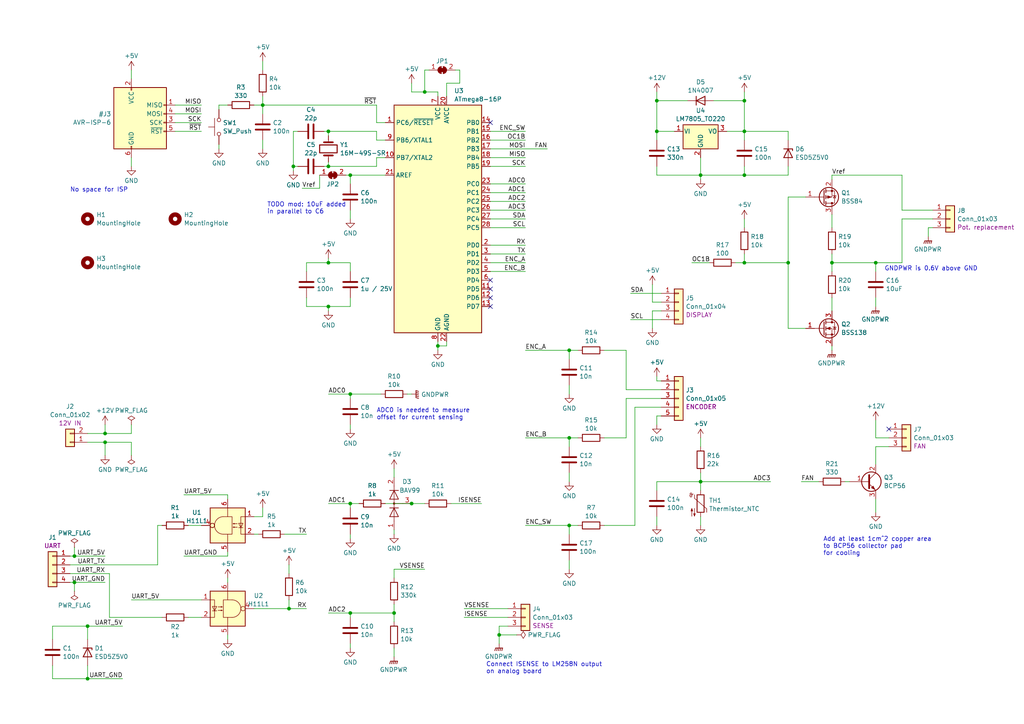
<source format=kicad_sch>
(kicad_sch (version 20230121) (generator eeschema)
  (paper "A4")
  (title_block (title "Digital control for electronic load ") (company "Ondřej Sluka"))
  (junction (at 190.5 29.21))
  (junction (at 101.6 146.05))
  (junction (at 101.6 50.8))
  (junction (at 95.25 76.2))
  (junction (at 190.5 38.1))
  (junction (at 83.82 176.53))
  (junction (at 203.2 50.8))
  (junction (at 254 76.2))
  (junction (at 95.25 38.1))
  (junction (at 215.9 50.8))
  (junction (at 85.09 48.26))
  (junction (at 76.2 30.48))
  (junction (at 119.38 146.05))
  (junction (at 30.48 125.73))
  (junction (at 144.78 184.15))
  (junction (at 123.19 26.67))
  (junction (at 21.59 161.29))
  (junction (at 165.1 127))
  (junction (at 127 100.33))
  (junction (at 215.9 38.1))
  (junction (at 101.6 114.3))
  (junction (at 95.25 48.26))
  (junction (at 241.3 76.2))
  (junction (at 30.48 128.27))
  (junction (at 215.9 29.21))
  (junction (at 21.59 168.91))
  (junction (at 165.1 101.6))
  (junction (at 215.9 76.2))
  (junction (at 101.6 177.8))
  (junction (at 25.4 181.61))
  (junction (at 228.6 76.2))
  (junction (at 25.4 196.85))
  (junction (at 95.25 88.9))
  (junction (at 165.1 152.4))
  (junction (at 203.2 139.7))
  (junction (at 114.3 177.8))
  (no_connect (at 142.24 88.9))
  (no_connect (at 142.24 86.36))
  (no_connect (at 142.24 81.28))
  (no_connect (at 257.81 124.46))
  (no_connect (at 142.24 83.82))
  (no_connect (at 142.24 35.56))
  (wire (pts (xy 76.2 27.94) (xy 76.2 30.48)))
  (wire (pts (xy 190.5 29.21) (xy 190.5 38.1)))
  (wire (pts (xy 111.76 146.05) (xy 119.38 146.05)))
  (wire (pts (xy 241.3 62.23) (xy 241.3 66.04)))
  (wire (pts (xy 73.66 176.53) (xy 83.82 176.53)))
  (wire (pts (xy 101.6 50.8) (xy 101.6 53.34)))
  (wire (pts (xy 165.1 127) (xy 167.64 127)))
  (wire (pts (xy 123.19 20.32) (xy 123.19 26.67)))
  (wire (pts (xy 215.9 63.5) (xy 215.9 66.04)))
  (wire (pts (xy 165.1 162.56) (xy 165.1 165.1)))
  (wire (pts (xy 114.3 187.96) (xy 114.3 190.5)))
  (wire (pts (xy 31.75 179.07) (xy 46.99 179.07)))
  (wire (pts (xy 101.6 76.2) (xy 101.6 78.74)))
  (wire (pts (xy 127 99.06) (xy 127 100.33)))
  (wire (pts (xy 142.24 55.88) (xy 152.4 55.88)))
  (wire (pts (xy 114.3 177.8) (xy 114.3 180.34)))
  (wire (pts (xy 142.24 71.12) (xy 152.4 71.12)))
  (wire (pts (xy 101.6 177.8) (xy 101.6 179.07)))
  (wire (pts (xy 152.4 127) (xy 165.1 127)))
  (wire (pts (xy 144.78 181.61) (xy 147.32 181.61)))
  (wire (pts (xy 76.2 40.64) (xy 76.2 43.18)))
  (wire (pts (xy 189.23 87.63) (xy 191.77 87.63)))
  (wire (pts (xy 269.24 66.04) (xy 270.51 66.04)))
  (wire (pts (xy 50.8 30.48) (xy 58.42 30.48)))
  (wire (pts (xy 215.9 76.2) (xy 228.6 76.2)))
  (wire (pts (xy 25.4 181.61) (xy 35.56 181.61)))
  (wire (pts (xy 215.9 50.8) (xy 203.2 50.8)))
  (wire (pts (xy 223.52 139.7) (xy 203.2 139.7)))
  (wire (pts (xy 203.2 139.7) (xy 203.2 142.24)))
  (wire (pts (xy 20.32 168.91) (xy 21.59 168.91)))
  (wire (pts (xy 144.78 186.69) (xy 144.78 184.15)))
  (wire (pts (xy 101.6 88.9) (xy 101.6 86.36)))
  (wire (pts (xy 144.78 184.15) (xy 149.86 184.15)))
  (wire (pts (xy 100.33 50.8) (xy 101.6 50.8)))
  (wire (pts (xy 95.25 48.26) (xy 95.25 46.99)))
  (wire (pts (xy 101.6 114.3) (xy 101.6 115.57)))
  (wire (pts (xy 142.24 53.34) (xy 152.4 53.34)))
  (wire (pts (xy 189.23 82.55) (xy 189.23 87.63)))
  (wire (pts (xy 134.62 176.53) (xy 147.32 176.53)))
  (wire (pts (xy 101.6 123.19) (xy 101.6 124.46)))
  (wire (pts (xy 45.72 152.4) (xy 45.72 163.83)))
  (wire (pts (xy 184.15 118.11) (xy 191.77 118.11)))
  (wire (pts (xy 190.5 26.67) (xy 190.5 29.21)))
  (wire (pts (xy 144.78 184.15) (xy 144.78 181.61)))
  (wire (pts (xy 83.82 176.53) (xy 88.9 176.53)))
  (wire (pts (xy 190.5 120.65) (xy 191.77 120.65)))
  (wire (pts (xy 53.34 161.29) (xy 66.04 161.29)))
  (wire (pts (xy 152.4 40.64) (xy 142.24 40.64)))
  (wire (pts (xy 101.6 146.05) (xy 104.14 146.05)))
  (wire (pts (xy 215.9 38.1) (xy 215.9 40.64)))
  (wire (pts (xy 165.1 127) (xy 165.1 129.54)))
  (wire (pts (xy 109.22 48.26) (xy 109.22 45.72)))
  (wire (pts (xy 165.1 137.16) (xy 165.1 139.7)))
  (wire (pts (xy 142.24 63.5) (xy 152.4 63.5)))
  (wire (pts (xy 95.25 88.9) (xy 95.25 90.17)))
  (wire (pts (xy 25.4 181.61) (xy 25.4 185.42)))
  (wire (pts (xy 133.35 24.13) (xy 133.35 20.32)))
  (wire (pts (xy 15.24 181.61) (xy 15.24 185.42)))
  (wire (pts (xy 88.9 76.2) (xy 95.25 76.2)))
  (wire (pts (xy 30.48 123.19) (xy 30.48 125.73)))
  (wire (pts (xy 257.81 129.54) (xy 254 129.54)))
  (wire (pts (xy 127 26.67) (xy 127 27.94)))
  (wire (pts (xy 76.2 30.48) (xy 76.2 33.02)))
  (wire (pts (xy 228.6 57.15) (xy 233.68 57.15)))
  (wire (pts (xy 152.4 101.6) (xy 165.1 101.6)))
  (wire (pts (xy 20.32 166.37) (xy 31.75 166.37)))
  (wire (pts (xy 101.6 146.05) (xy 101.6 147.32)))
  (wire (pts (xy 142.24 38.1) (xy 152.4 38.1)))
  (wire (pts (xy 210.82 38.1) (xy 215.9 38.1)))
  (wire (pts (xy 15.24 193.04) (xy 15.24 196.85)))
  (wire (pts (xy 215.9 38.1) (xy 228.6 38.1)))
  (wire (pts (xy 76.2 149.86) (xy 73.66 149.86)))
  (wire (pts (xy 82.55 154.94) (xy 88.9 154.94)))
  (wire (pts (xy 38.1 125.73) (xy 30.48 125.73)))
  (wire (pts (xy 203.2 50.8) (xy 203.2 52.07)))
  (wire (pts (xy 190.5 149.86) (xy 190.5 152.4)))
  (wire (pts (xy 134.62 179.07) (xy 147.32 179.07)))
  (wire (pts (xy 130.81 146.05) (xy 139.7 146.05)))
  (wire (pts (xy 261.62 50.8) (xy 241.3 50.8)))
  (wire (pts (xy 142.24 45.72) (xy 152.4 45.72)))
  (wire (pts (xy 20.32 163.83) (xy 45.72 163.83)))
  (wire (pts (xy 58.42 152.4) (xy 54.61 152.4)))
  (wire (pts (xy 101.6 186.69) (xy 101.6 187.96)))
  (wire (pts (xy 95.25 177.8) (xy 101.6 177.8)))
  (wire (pts (xy 129.54 100.33) (xy 127 100.33)))
  (wire (pts (xy 165.1 101.6) (xy 167.64 101.6)))
  (wire (pts (xy 93.98 48.26) (xy 95.25 48.26)))
  (wire (pts (xy 119.38 146.05) (xy 123.19 146.05)))
  (wire (pts (xy 92.71 54.61) (xy 92.71 50.8)))
  (wire (pts (xy 123.19 26.67) (xy 127 26.67)))
  (wire (pts (xy 95.25 38.1) (xy 95.25 39.37)))
  (wire (pts (xy 269.24 68.58) (xy 269.24 66.04)))
  (wire (pts (xy 228.6 48.26) (xy 228.6 50.8)))
  (wire (pts (xy 119.38 26.67) (xy 123.19 26.67)))
  (wire (pts (xy 38.1 128.27) (xy 30.48 128.27)))
  (wire (pts (xy 50.8 33.02) (xy 58.42 33.02)))
  (wire (pts (xy 228.6 76.2) (xy 228.6 95.25)))
  (wire (pts (xy 228.6 50.8) (xy 215.9 50.8)))
  (wire (pts (xy 142.24 78.74) (xy 152.4 78.74)))
  (wire (pts (xy 213.36 76.2) (xy 215.9 76.2)))
  (wire (pts (xy 85.09 48.26) (xy 86.36 48.26)))
  (wire (pts (xy 232.41 139.7) (xy 237.49 139.7)))
  (wire (pts (xy 203.2 137.16) (xy 203.2 139.7)))
  (wire (pts (xy 127 100.33) (xy 127 101.6)))
  (wire (pts (xy 142.24 48.26) (xy 152.4 48.26)))
  (wire (pts (xy 228.6 57.15) (xy 228.6 76.2)))
  (wire (pts (xy 46.99 152.4) (xy 45.72 152.4)))
  (wire (pts (xy 254 129.54) (xy 254 134.62)))
  (wire (pts (xy 76.2 30.48) (xy 109.22 30.48)))
  (wire (pts (xy 142.24 60.96) (xy 152.4 60.96)))
  (wire (pts (xy 54.61 179.07) (xy 58.42 179.07)))
  (wire (pts (xy 119.38 24.13) (xy 119.38 26.67)))
  (wire (pts (xy 109.22 38.1) (xy 109.22 40.64)))
  (wire (pts (xy 88.9 78.74) (xy 88.9 76.2)))
  (wire (pts (xy 109.22 45.72) (xy 111.76 45.72)))
  (wire (pts (xy 109.22 35.56) (xy 111.76 35.56)))
  (wire (pts (xy 38.1 173.99) (xy 58.42 173.99)))
  (wire (pts (xy 63.5 41.91) (xy 63.5 43.18)))
  (wire (pts (xy 189.23 90.17) (xy 191.77 90.17)))
  (wire (pts (xy 215.9 29.21) (xy 215.9 38.1)))
  (wire (pts (xy 165.1 152.4) (xy 165.1 154.94)))
  (wire (pts (xy 85.09 38.1) (xy 86.36 38.1)))
  (wire (pts (xy 241.3 73.66) (xy 241.3 76.2)))
  (wire (pts (xy 190.5 139.7) (xy 203.2 139.7)))
  (wire (pts (xy 175.26 152.4) (xy 184.15 152.4)))
  (wire (pts (xy 254 127) (xy 257.81 127)))
  (wire (pts (xy 129.54 24.13) (xy 133.35 24.13)))
  (wire (pts (xy 142.24 76.2) (xy 152.4 76.2)))
  (wire (pts (xy 142.24 73.66) (xy 152.4 73.66)))
  (wire (pts (xy 241.3 86.36) (xy 241.3 90.17)))
  (wire (pts (xy 95.25 146.05) (xy 101.6 146.05)))
  (wire (pts (xy 101.6 177.8) (xy 114.3 177.8)))
  (wire (pts (xy 25.4 181.61) (xy 15.24 181.61)))
  (wire (pts (xy 228.6 95.25) (xy 233.68 95.25)))
  (wire (pts (xy 83.82 176.53) (xy 83.82 173.99)))
  (wire (pts (xy 207.01 29.21) (xy 215.9 29.21)))
  (wire (pts (xy 124.46 20.32) (xy 123.19 20.32)))
  (wire (pts (xy 203.2 45.72) (xy 203.2 50.8)))
  (wire (pts (xy 152.4 152.4) (xy 165.1 152.4)))
  (wire (pts (xy 73.66 154.94) (xy 74.93 154.94)))
  (wire (pts (xy 195.58 38.1) (xy 190.5 38.1)))
  (wire (pts (xy 95.25 88.9) (xy 101.6 88.9)))
  (wire (pts (xy 118.11 114.3) (xy 119.38 114.3)))
  (wire (pts (xy 109.22 30.48) (xy 109.22 35.56)))
  (wire (pts (xy 21.59 168.91) (xy 30.48 168.91)))
  (wire (pts (xy 261.62 76.2) (xy 254 76.2)))
  (wire (pts (xy 101.6 154.94) (xy 101.6 156.21)))
  (wire (pts (xy 181.61 115.57) (xy 181.61 127)))
  (wire (pts (xy 182.88 85.09) (xy 191.77 85.09)))
  (wire (pts (xy 95.25 48.26) (xy 109.22 48.26)))
  (wire (pts (xy 254 86.36) (xy 254 88.9)))
  (wire (pts (xy 203.2 50.8) (xy 190.5 50.8)))
  (wire (pts (xy 133.35 20.32) (xy 132.08 20.32)))
  (wire (pts (xy 190.5 50.8) (xy 190.5 48.26)))
  (wire (pts (xy 30.48 132.08) (xy 30.48 128.27)))
  (wire (pts (xy 215.9 48.26) (xy 215.9 50.8)))
  (wire (pts (xy 181.61 113.03) (xy 181.61 101.6)))
  (wire (pts (xy 38.1 20.32) (xy 38.1 22.86)))
  (wire (pts (xy 109.22 40.64) (xy 111.76 40.64)))
  (wire (pts (xy 228.6 40.64) (xy 228.6 38.1)))
  (wire (pts (xy 38.1 132.08) (xy 38.1 128.27)))
  (wire (pts (xy 31.75 166.37) (xy 31.75 179.07)))
  (wire (pts (xy 53.34 143.51) (xy 66.04 143.51)))
  (wire (pts (xy 200.66 76.2) (xy 205.74 76.2)))
  (wire (pts (xy 142.24 66.04) (xy 152.4 66.04)))
  (wire (pts (xy 76.2 17.78) (xy 76.2 20.32)))
  (wire (pts (xy 129.54 99.06) (xy 129.54 100.33)))
  (wire (pts (xy 190.5 29.21) (xy 199.39 29.21)))
  (wire (pts (xy 190.5 142.24) (xy 190.5 139.7)))
  (wire (pts (xy 241.3 76.2) (xy 241.3 78.74)))
  (wire (pts (xy 66.04 30.48) (xy 63.5 30.48)))
  (wire (pts (xy 215.9 73.66) (xy 215.9 76.2)))
  (wire (pts (xy 215.9 26.67) (xy 215.9 29.21)))
  (wire (pts (xy 85.09 48.26) (xy 85.09 38.1)))
  (wire (pts (xy 254 76.2) (xy 254 78.74)))
  (wire (pts (xy 241.3 76.2) (xy 254 76.2)))
  (wire (pts (xy 189.23 95.25) (xy 189.23 90.17)))
  (wire (pts (xy 261.62 76.2) (xy 261.62 63.5)))
  (wire (pts (xy 88.9 86.36) (xy 88.9 88.9)))
  (wire (pts (xy 101.6 50.8) (xy 111.76 50.8)))
  (wire (pts (xy 20.32 161.29) (xy 21.59 161.29)))
  (wire (pts (xy 114.3 135.89) (xy 114.3 138.43)))
  (wire (pts (xy 101.6 114.3) (xy 110.49 114.3)))
  (wire (pts (xy 101.6 60.96) (xy 101.6 63.5)))
  (wire (pts (xy 181.61 127) (xy 175.26 127)))
  (wire (pts (xy 165.1 152.4) (xy 167.64 152.4)))
  (wire (pts (xy 21.59 158.75) (xy 21.59 161.29)))
  (wire (pts (xy 21.59 168.91) (xy 21.59 171.45)))
  (wire (pts (xy 114.3 165.1) (xy 114.3 167.64)))
  (wire (pts (xy 190.5 110.49) (xy 191.77 110.49)))
  (wire (pts (xy 129.54 27.94) (xy 129.54 24.13)))
  (wire (pts (xy 142.24 58.42) (xy 152.4 58.42)))
  (wire (pts (xy 191.77 113.03) (xy 181.61 113.03)))
  (wire (pts (xy 114.3 175.26) (xy 114.3 177.8)))
  (wire (pts (xy 66.04 143.51) (xy 66.04 144.78)))
  (wire (pts (xy 114.3 165.1) (xy 123.19 165.1)))
  (wire (pts (xy 142.24 43.18) (xy 158.75 43.18)))
  (wire (pts (xy 190.5 123.19) (xy 190.5 120.65)))
  (wire (pts (xy 190.5 109.22) (xy 190.5 110.49)))
  (wire (pts (xy 30.48 128.27) (xy 25.4 128.27)))
  (wire (pts (xy 261.62 63.5) (xy 270.51 63.5)))
  (wire (pts (xy 95.25 76.2) (xy 101.6 76.2)))
  (wire (pts (xy 38.1 45.72) (xy 38.1 48.26)))
  (wire (pts (xy 245.11 139.7) (xy 246.38 139.7)))
  (wire (pts (xy 15.24 196.85) (xy 25.4 196.85)))
  (wire (pts (xy 114.3 153.67) (xy 114.3 154.94)))
  (wire (pts (xy 95.25 38.1) (xy 109.22 38.1)))
  (wire (pts (xy 88.9 88.9) (xy 95.25 88.9)))
  (wire (pts (xy 270.51 60.96) (xy 261.62 60.96)))
  (wire (pts (xy 184.15 152.4) (xy 184.15 118.11)))
  (wire (pts (xy 85.09 48.26) (xy 85.09 49.53)))
  (wire (pts (xy 261.62 60.96) (xy 261.62 50.8)))
  (wire (pts (xy 73.66 30.48) (xy 76.2 30.48)))
  (wire (pts (xy 50.8 38.1) (xy 58.42 38.1)))
  (wire (pts (xy 190.5 38.1) (xy 190.5 40.64)))
  (wire (pts (xy 254 144.78) (xy 254 148.59)))
  (wire (pts (xy 191.77 115.57) (xy 181.61 115.57)))
  (wire (pts (xy 76.2 147.32) (xy 76.2 149.86)))
  (wire (pts (xy 254 121.92) (xy 254 127)))
  (wire (pts (xy 203.2 127) (xy 203.2 129.54)))
  (wire (pts (xy 181.61 101.6) (xy 175.26 101.6)))
  (wire (pts (xy 25.4 196.85) (xy 35.56 196.85)))
  (wire (pts (xy 182.88 92.71) (xy 191.77 92.71)))
  (wire (pts (xy 66.04 167.64) (xy 66.04 168.91)))
  (wire (pts (xy 203.2 149.86) (xy 203.2 152.4)))
  (wire (pts (xy 83.82 163.83) (xy 83.82 166.37)))
  (wire (pts (xy 30.48 125.73) (xy 25.4 125.73)))
  (wire (pts (xy 66.04 184.15) (xy 66.04 185.42)))
  (wire (pts (xy 87.63 54.61) (xy 92.71 54.61)))
  (wire (pts (xy 165.1 101.6) (xy 165.1 104.14)))
  (wire (pts (xy 66.04 161.29) (xy 66.04 160.02)))
  (wire (pts (xy 38.1 123.19) (xy 38.1 125.73)))
  (wire (pts (xy 50.8 35.56) (xy 58.42 35.56)))
  (wire (pts (xy 25.4 193.04) (xy 25.4 196.85)))
  (wire (pts (xy 63.5 30.48) (xy 63.5 31.75)))
  (wire (pts (xy 241.3 50.8) (xy 241.3 52.07)))
  (wire (pts (xy 95.25 74.93) (xy 95.25 76.2)))
  (wire (pts (xy 95.25 114.3) (xy 101.6 114.3)))
  (wire (pts (xy 165.1 111.76) (xy 165.1 114.3)))
  (wire (pts (xy 241.3 100.33) (xy 241.3 101.6)))
  (wire (pts (xy 93.98 38.1) (xy 95.25 38.1)))
  (wire (pts (xy 21.59 161.29) (xy 30.48 161.29)))
  (text "TODO mod: 10uF added\nin parallel to C6" (at 77.47 62.23 0) (effects (font (size 1.27 1.27)) (justify left bottom)))
  (text "Connect ISENSE to LM258N output\non analog board" (at 140.97 195.58 0) (effects (font (size 1.27 1.27)) (justify left bottom)))
  (text "Add at least 1cm^2 copper area\nto BCP56 collector pad\nfor cooling" (at 238.76 161.29 0) (effects (font (size 1.27 1.27)) (justify left bottom)))
  (text "No space for ISP" (at 20.32 55.88 0) (effects (font (size 1.27 1.27)) (justify left bottom)))
  (text "ADC0 is needed to measure\noffset for current sensing" (at 109.22 121.92 0) (effects (font (size 1.27 1.27)) (justify left bottom)))
  (text "GNDPWR is 0.6V above GND" (at 256.54 78.74 0) (effects (font (size 1.27 1.27)) (justify left bottom)))
  (label "ENC_B" (at 152.4 78.74 180))
  (label "SDA" (at 182.88 85.09 0))
  (label "RX" (at 152.4 71.12 180))
  (label "ISENSE" (at 134.62 179.07 0))
  (label "ADC0" (at 152.4 53.34 180))
  (label "TX" (at 152.4 73.66 180))
  (label "OC1B" (at 200.66 76.2 0))
  (label "SDA" (at 152.4 63.5 180))
  (label "UART_5V" (at 35.56 181.61 180))
  (label "VSENSE" (at 134.62 176.53 0))
  (label "~{RST}" (at 109.22 30.48 180))
  (label "MISO" (at 58.42 30.48 180))
  (label "ADC2" (at 152.4 58.42 180))
  (label "Vref" (at 87.63 54.61 0))
  (label "ADC2" (at 95.25 177.8 0))
  (label "UART_RX" (at 30.48 166.37 180))
  (label "ENC_A" (at 152.4 76.2 180))
  (label "ENC_SW" (at 152.4 38.1 180))
  (label "FAN" (at 158.75 43.18 180))
  (label "UART_GND" (at 53.34 161.29 0))
  (label "ADC1" (at 152.4 55.88 180))
  (label "TX" (at 88.9 154.94 180))
  (label "ENC_A" (at 152.4 101.6 0))
  (label "MOSI" (at 58.42 33.02 180))
  (label "ISENSE" (at 139.7 146.05 180))
  (label "SCK" (at 152.4 48.26 180))
  (label "ENC_B" (at 152.4 127 0))
  (label "UART_GND" (at 35.56 196.85 180))
  (label "VSENSE" (at 123.19 165.1 180))
  (label "~{RST}" (at 58.42 38.1 180))
  (label "MOSI" (at 152.4 43.18 180))
  (label "ADC3" (at 223.52 139.7 180))
  (label "UART_GND" (at 30.48 168.91 180))
  (label "SCL" (at 152.4 66.04 180))
  (label "SCK" (at 58.42 35.56 180))
  (label "SCL" (at 182.88 92.71 0))
  (label "UART_5V" (at 53.34 143.51 0))
  (label "OC1B" (at 152.4 40.64 180))
  (label "Vref" (at 241.3 50.8 0))
  (label "UART_TX" (at 30.48 163.83 180))
  (label "ADC3" (at 152.4 60.96 180))
  (label "MISO" (at 152.4 45.72 180))
  (label "FAN" (at 232.41 139.7 0))
  (label "UART_5V" (at 30.48 161.29 180))
  (label "ADC1" (at 95.25 146.05 0))
  (label "RX" (at 88.9 176.53 180))
  (label "ADC0" (at 95.25 114.3 0))
  (label "ENC_SW" (at 152.4 152.4 0))
  (label "UART_5V" (at 38.1 173.99 0))
  (symbol (lib_id "Connector_Generic:Conn_01x03") (at 152.4 179.07 0) (unit 1)
    (property "Reference" "J4" (at 154.432 176.6458 0) (effects (justify left)))
    (property "Value" "Conn_01x03" (at 154.432 179.07 0) (effects (justify left)))
    (property "Footprint" "Connector_Molex:Molex_KK-254_AE-6410-03A_1x03_P2.54mm_Vertical" (effects hide))
    (property "Label" "SENSE" (at 154.432 181.4942 0) (effects (justify left)))
  )
  (symbol (lib_id "power:GND") (at 38.1 48.26 0) (unit 1)
    (property "Reference" "#PWR04" (effects hide))
    (property "Value" "GND" (at 38.1 52.3931 0))
  )
  (symbol (lib_id "power:GND") (at 165.1 139.7 0) (unit 1)
    (property "Reference" "#PWR031" (effects hide))
    (property "Value" "GND" (at 165.1 143.8331 0))
  )
  (symbol (lib_id "Device:C") (at 165.1 133.35 0) (unit 1)
    (property "Reference" "C12" (at 168.021 132.1379 0) (effects (justify left)))
    (property "Value" "10n" (at 168.021 134.5621 0) (effects (justify left)))
    (property "Footprint" "Capacitor_SMD:C_1206_3216Metric_Pad1.33x1.80mm_HandSolder" (effects hide))
  )
  (symbol (lib_id "Device:C") (at 15.24 189.23 0) (unit 1)
    (property "Reference" "C1" (at 18.161 188.0179 0) (effects (justify left)))
    (property "Value" "100n" (at 18.161 190.4421 0) (effects (justify left)))
    (property "Footprint" "Capacitor_SMD:C_1206_3216Metric_Pad1.33x1.80mm_HandSolder" (effects hide))
  )
  (symbol (lib_id "Device:R") (at 203.2 133.35 0) (unit 1)
    (property "Reference" "R16" (at 204.978 132.1379 0) (effects (justify left)))
    (property "Value" "22k" (at 204.978 134.5621 0) (effects (justify left)))
    (property "Footprint" "Resistor_SMD:R_1206_3216Metric_Pad1.30x1.75mm_HandSolder" (effects hide))
  )
  (symbol (lib_id "power:+5V") (at 189.23 82.55 0) (unit 1)
    (property "Reference" "#PWR032" (effects hide))
    (property "Value" "+5V" (at 189.23 78.4169 0))
  )
  (symbol (lib_id "Mechanical:MountingHole") (at 50.8 63.5 0) (unit 1)
    (property "Reference" "H2" (at 53.34 62.2879 0) (effects (justify left)))
    (property "Value" "MountingHole" (at 53.34 64.7121 0) (effects (justify left)))
    (property "Footprint" "MountingHole:MountingHole_3.2mm_M3" (effects hide))
  )
  (symbol (lib_id "Connector_Generic:Conn_01x05") (at 196.85 115.57 0) (unit 1)
    (property "Reference" "J3" (at 198.882 113.1458 0) (effects (justify left)))
    (property "Value" "Conn_01x05" (at 198.882 115.57 0) (effects (justify left)))
    (property "Footprint" "Connector_Molex:Molex_KK-254_AE-6410-05A_1x05_P2.54mm_Vertical" (effects hide))
    (property "Label" "ENCODER" (at 198.882 117.9942 0) (effects (justify left)))
  )
  (symbol (lib_id "power:PWR_FLAG") (at 21.59 158.75 0) (unit 1)
    (property "Reference" "#FLG01" (effects hide))
    (property "Value" "PWR_FLAG" (at 21.59 154.6169 0))
  )
  (symbol (lib_id "power:+5V") (at 83.82 163.83 0) (unit 1)
    (property "Reference" "#PWR011" (effects hide))
    (property "Value" "+5V" (at 83.82 159.6969 0))
  )
  (symbol (lib_id "power:GND") (at 165.1 165.1 0) (unit 1)
    (property "Reference" "#PWR019" (effects hide))
    (property "Value" "GND" (at 165.1 169.2331 0))
  )
  (symbol (lib_id "Device:C") (at 90.17 48.26 90) (unit 1)
    (property "Reference" "C5" (at 90.17 41.9567 90))
    (property "Value" "22p" (at 90.17 44.3809 90))
    (property "Footprint" "Capacitor_SMD:C_1206_3216Metric_Pad1.33x1.80mm_HandSolder" (effects hide))
  )
  (symbol (lib_id "Device:C") (at 190.5 146.05 0) (unit 1)
    (property "Reference" "C14" (at 193.421 144.8379 0) (effects (justify left)))
    (property "Value" "100n" (at 193.421 147.2621 0) (effects (justify left)))
    (property "Footprint" "Capacitor_SMD:C_1206_3216Metric_Pad1.33x1.80mm_HandSolder" (effects hide))
  )
  (symbol (lib_id "Connector_Generic:Conn_01x04") (at 196.85 87.63 0) (unit 1)
    (property "Reference" "J5" (at 198.882 86.4758 0) (effects (justify left)))
    (property "Value" "Conn_01x04" (at 198.882 88.9 0) (effects (justify left)))
    (property "Footprint" "Connector_Molex:Molex_KK-254_AE-6410-04A_1x04_P2.54mm_Vertical" (effects hide))
    (property "Label" "DISPLAY" (at 198.882 91.3242 0) (effects (justify left)))
  )
  (symbol (lib_id "Device:C") (at 101.6 182.88 0) (unit 1)
    (property "Reference" "C10" (at 104.521 181.6679 0) (effects (justify left)))
    (property "Value" "10n" (at 104.521 184.0921 0) (effects (justify left)))
    (property "Footprint" "Capacitor_SMD:C_1206_3216Metric_Pad1.33x1.80mm_HandSolder" (effects hide))
  )
  (symbol (lib_id "Diode:ESD5Zxx") (at 25.4 189.23 270) (unit 1)
    (property "Reference" "D1" (at 27.432 188.0179 90) (effects (justify left)))
    (property "Value" "ESD5Z5V0" (at 27.432 190.4421 90) (effects (justify left)))
    (property "Footprint" "Diode_SMD:D_SOD-523" (effects hide))
    (property "Datasheet" "https://www.onsemi.com/pdf/datasheet/esd5z2.5t1-d.pdf" (effects hide))
  )
  (symbol (lib_id "power:GND") (at 101.6 187.96 0) (unit 1)
    (property "Reference" "#PWR018" (effects hide))
    (property "Value" "GND" (at 101.6 192.0931 0))
  )
  (symbol (lib_id "power:GND") (at 203.2 52.07 0) (unit 1)
    (property "Reference" "#PWR038" (effects hide))
    (property "Value" "GND" (at 203.2 56.2031 0))
  )
  (symbol (lib_id "power:GND") (at 190.5 123.19 0) (unit 1)
    (property "Reference" "#PWR036" (effects hide))
    (property "Value" "GND" (at 190.5 127.3231 0))
  )
  (symbol (lib_id "Device:C") (at 190.5 44.45 0) (unit 1)
    (property "Reference" "C13" (at 193.421 43.2379 0) (effects (justify left)))
    (property "Value" "330n" (at 193.421 45.6621 0) (effects (justify left)))
    (property "Footprint" "Capacitor_SMD:C_1206_3216Metric_Pad1.33x1.80mm_HandSolder" (effects hide))
  )
  (symbol (lib_id "Device:R") (at 209.55 76.2 90) (unit 1)
    (property "Reference" "R17" (at 209.55 71.0397 90))
    (property "Value" "100" (at 209.55 73.4639 90))
    (property "Footprint" "Resistor_SMD:R_1206_3216Metric_Pad1.30x1.75mm_HandSolder" (effects hide))
  )
  (symbol (lib_id "Mechanical:MountingHole") (at 25.4 63.5 0) (unit 1)
    (property "Reference" "H1" (at 27.94 62.2879 0) (effects (justify left)))
    (property "Value" "MountingHole" (at 27.94 64.7121 0) (effects (justify left)))
    (property "Footprint" "MountingHole:MountingHole_3.2mm_M3" (effects hide))
  )
  (symbol (lib_id "Device:R") (at 215.9 69.85 0) (unit 1)
    (property "Reference" "R18" (at 217.678 68.6379 0) (effects (justify left)))
    (property "Value" "10k" (at 217.678 71.0621 0) (effects (justify left)))
    (property "Footprint" "Resistor_SMD:R_1206_3216Metric_Pad1.30x1.75mm_HandSolder" (effects hide))
  )
  (symbol (lib_id "power:GND") (at 63.5 43.18 0) (unit 1)
    (property "Reference" "#PWR05" (effects hide))
    (property "Value" "GND" (at 63.5 47.3131 0))
  )
  (symbol (lib_id "power:PWR_FLAG") (at 21.59 171.45 180) (unit 1)
    (property "Reference" "#FLG02" (effects hide))
    (property "Value" "PWR_FLAG" (at 21.59 175.5831 0))
  )
  (symbol (lib_id "power:PWR_FLAG") (at 149.86 184.15 270) (unit 1)
    (property "Reference" "#FLG05" (effects hide))
    (property "Value" "PWR_FLAG" (at 153.035 184.15 90) (effects (justify left)))
  )
  (symbol (lib_id "power:+5V") (at 119.38 24.13 0) (unit 1)
    (property "Reference" "#PWR025" (effects hide))
    (property "Value" "+5V" (at 119.38 19.9969 0))
  )
  (symbol (lib_id "power:+5V") (at 76.2 147.32 0) (unit 1)
    (property "Reference" "#PWR010" (effects hide))
    (property "Value" "+5V" (at 76.2 143.1869 0))
  )
  (symbol (lib_id "power:+5V") (at 215.9 63.5 0) (unit 1)
    (property "Reference" "#PWR042" (effects hide))
    (property "Value" "+5V" (at 215.9 59.3669 0))
  )
  (symbol (lib_id "power:GND") (at 114.3 154.94 0) (unit 1)
    (property "Reference" "#PWR022" (effects hide))
    (property "Value" "GND" (at 114.3 159.0731 0))
  )
  (symbol (lib_id "Device:Thermistor_NTC") (at 203.2 146.05 0) (unit 1)
    (property "Reference" "TH1" (at 205.613 145.1554 0) (effects (justify left)))
    (property "Value" "Thermistor_NTC" (at 205.613 147.5796 0) (effects (justify left)))
    (property "Footprint" "Connector_Molex:Molex_KK-254_AE-6410-02A_1x02_P2.54mm_Vertical" (effects hide))
  )
  (symbol (lib_id "power:GNDPWR") (at 119.38 114.3 90) (unit 1)
    (property "Reference" "#PWR028" (effects hide))
    (property "Value" "GNDPWR" (at 122.1486 114.427 90) (effects (justify right)))
  )
  (symbol (lib_id "Diode:1N4007") (at 203.2 29.21 0) (unit 1)
    (property "Reference" "D5" (at 203.2 23.7957 0))
    (property "Value" "1N4007" (at 203.2 26.2199 0))
    (property "Footprint" "Diode_SMD:D_SMA_Handsoldering" (effects hide))
    (property "Datasheet" "http://www.vishay.com/docs/88503/1n4001.pdf" (effects hide))
    (property "Sim.Device" "D" (effects hide))
    (property "Sim.Pins" "1=K 2=A" (effects hide))
  )
  (symbol (lib_id "power:+5V") (at 190.5 109.22 0) (unit 1)
    (property "Reference" "#PWR035" (effects hide))
    (property "Value" "+5V" (at 190.5 105.0869 0))
  )
  (symbol (lib_id "power:+5V") (at 38.1 20.32 0) (unit 1)
    (property "Reference" "#PWR03" (effects hide))
    (property "Value" "+5V" (at 38.1 16.1869 0))
  )
  (symbol (lib_id "power:+5V") (at 66.04 167.64 0) (unit 1)
    (property "Reference" "#PWR06" (effects hide))
    (property "Value" "+5V" (at 66.04 163.5069 0))
  )
  (symbol (lib_id "Device:R") (at 241.3 139.7 90) (unit 1)
    (property "Reference" "R21" (at 241.3 134.5397 90))
    (property "Value" "330" (at 241.3 136.9639 90))
    (property "Footprint" "Resistor_SMD:R_1206_3216Metric_Pad1.30x1.75mm_HandSolder" (effects hide))
  )
  (symbol (lib_id "MCU_Microchip_ATmega:ATmega8-16P") (at 127 63.5 0) (unit 1)
    (property "Reference" "U3" (at 131.7341 26.3357 0) (effects (justify left)))
    (property "Value" "ATmega8-16P" (at 131.7341 28.7599 0) (effects (justify left)))
    (property "Footprint" "Package_DIP:DIP-28_W7.62mm" (effects hide))
    (property "Datasheet" "http://ww1.microchip.com/downloads/en/DeviceDoc/atmel-2486-8-bit-avr-microcontroller-atmega8_l_datasheet.pdf" (effects hide))
  )
  (symbol (lib_id "Mechanical:MountingHole") (at 25.4 76.2 0) (unit 1)
    (property "Reference" "H3" (at 27.94 74.9879 0) (effects (justify left)))
    (property "Value" "MountingHole" (at 27.94 77.4121 0) (effects (justify left)))
    (property "Footprint" "MountingHole:MountingHole_3.2mm_M3" (effects hide))
  )
  (symbol (lib_id "power:GND") (at 76.2 43.18 0) (unit 1)
    (property "Reference" "#PWR09" (effects hide))
    (property "Value" "GND" (at 76.2 47.3131 0))
  )
  (symbol (lib_id "Device:R") (at 171.45 101.6 90) (unit 1)
    (property "Reference" "R14" (at 171.45 96.4397 90))
    (property "Value" "10k" (at 171.45 98.8639 90))
    (property "Footprint" "Resistor_SMD:R_1206_3216Metric_Pad1.30x1.75mm_HandSolder" (effects hide))
  )
  (symbol (lib_id "Transistor_BJT:BCP56") (at 251.46 139.7 0) (unit 1)
    (property "Reference" "Q3" (at 256.3114 138.4879 0) (effects (justify left)))
    (property "Value" "BCP56" (at 256.3114 140.9121 0) (effects (justify left)))
    (property "Footprint" "Package_TO_SOT_SMD:SOT-223-3_TabPin2" (effects hide))
    (property "Datasheet" "https://www.nxp.com/docs/en/data-sheet/BCP56_BCX56_BC56PA.pdf" (effects hide))
  )
  (symbol (lib_id "Device:C") (at 90.17 38.1 90) (unit 1)
    (property "Reference" "C4" (at 90.17 31.7967 90))
    (property "Value" "22p" (at 90.17 34.2209 90))
    (property "Footprint" "Capacitor_SMD:C_1206_3216Metric_Pad1.33x1.80mm_HandSolder" (effects hide))
  )
  (symbol (lib_id "power:PWR_FLAG") (at 38.1 132.08 180) (unit 1)
    (property "Reference" "#FLG04" (effects hide))
    (property "Value" "PWR_FLAG" (at 38.1 136.2131 0))
  )
  (symbol (lib_id "Device:C") (at 101.6 82.55 0) (unit 1)
    (property "Reference" "C7" (at 104.521 81.3379 0) (effects (justify left)))
    (property "Value" "1u / 25V" (at 104.521 83.7621 0) (effects (justify left)))
    (property "Footprint" "Capacitor_SMD:C_1206_3216Metric_Pad1.33x1.80mm_HandSolder" (effects hide))
  )
  (symbol (lib_id "Device:C") (at 101.6 151.13 0) (unit 1)
    (property "Reference" "C9" (at 104.521 149.9179 0) (effects (justify left)))
    (property "Value" "10n" (at 104.521 152.3421 0) (effects (justify left)))
    (property "Footprint" "Capacitor_SMD:C_1206_3216Metric_Pad1.33x1.80mm_HandSolder" (effects hide))
  )
  (symbol (lib_id "Device:R") (at 78.74 154.94 90) (unit 1)
    (property "Reference" "R5" (at 78.74 149.7797 90))
    (property "Value" "1k" (at 78.74 152.2039 90))
    (property "Footprint" "Resistor_SMD:R_1206_3216Metric_Pad1.30x1.75mm_HandSolder" (effects hide))
  )
  (symbol (lib_id "power:GND") (at 101.6 156.21 0) (unit 1)
    (property "Reference" "#PWR017" (effects hide))
    (property "Value" "GND" (at 101.6 160.3431 0))
  )
  (symbol (lib_id "Connector_Generic:Conn_01x03") (at 275.59 63.5 0) (unit 1)
    (property "Reference" "J8" (at 277.622 61.0758 0) (effects (justify left)))
    (property "Value" "Conn_01x03" (at 277.622 63.5 0) (effects (justify left)))
    (property "Footprint" "Connector_Molex:Molex_KK-254_AE-6410-03A_1x03_P2.54mm_Vertical" (effects hide))
    (property "Label" "Pot. replacement" (at 277.622 65.9242 0) (effects (justify left)))
  )
  (symbol (lib_id "power:GNDPWR") (at 241.3 101.6 0) (unit 1)
    (property "Reference" "#PWR043" (effects hide))
    (property "Value" "GNDPWR" (at 241.173 105.3267 0))
  )
  (symbol (lib_id "power:GND") (at 101.6 124.46 0) (unit 1)
    (property "Reference" "#PWR016" (effects hide))
    (property "Value" "GND" (at 101.6 128.5931 0))
  )
  (symbol (lib_id "Isolator:H11L1") (at 66.04 152.4 0) (mirror y) (unit 1)
    (property "Reference" "U1" (at 57.0933 148.6368 0))
    (property "Value" "H11L1" (at 57.0933 151.061 0))
    (property "Footprint" "Package_DIP:DIP-6_W7.62mm_LongPads" (effects hide))
    (property "Datasheet" "https://www.onsemi.com/pub/Collateral/H11L3M-D.PDF" (effects hide))
  )
  (symbol (lib_id "Device:C") (at 254 82.55 0) (unit 1)
    (property "Reference" "C16" (at 256.921 81.3379 0) (effects (justify left)))
    (property "Value" "10uF" (at 256.921 83.7621 0) (effects (justify left)))
    (property "Footprint" "Capacitor_SMD:C_1206_3216Metric_Pad1.33x1.80mm_HandSolder" (effects hide))
  )
  (symbol (lib_id "Connector_Generic:Conn_01x02") (at 20.32 128.27 180) (unit 1)
    (property "Reference" "J2" (at 20.32 117.8915 0))
    (property "Value" "Conn_01x02" (at 20.32 120.3157 0))
    (property "Footprint" "Connector_Molex:Molex_KK-254_AE-6410-02A_1x02_P2.54mm_Vertical" (effects hide))
    (property "Label" "12V IN" (at 20.32 122.7399 0))
  )
  (symbol (lib_id "power:GND") (at 101.6 63.5 0) (unit 1)
    (property "Reference" "#PWR015" (effects hide))
    (property "Value" "GND" (at 101.6 67.6331 0))
  )
  (symbol (lib_id "Device:R") (at 171.45 127 90) (unit 1)
    (property "Reference" "R15" (at 171.45 121.8397 90))
    (property "Value" "10k" (at 171.45 124.2639 90))
    (property "Footprint" "Resistor_SMD:R_1206_3216Metric_Pad1.30x1.75mm_HandSolder" (effects hide))
  )
  (symbol (lib_id "power:+5V") (at 215.9 26.67 0) (unit 1)
    (property "Reference" "#PWR041" (effects hide))
    (property "Value" "+5V" (at 215.9 22.5369 0))
  )
  (symbol (lib_id "power:GND") (at 127 101.6 0) (unit 1)
    (property "Reference" "#PWR026" (effects hide))
    (property "Value" "GND" (at 127 105.7331 0))
  )
  (symbol (lib_id "power:+5V") (at 114.3 135.89 0) (unit 1)
    (property "Reference" "#PWR021" (effects hide))
    (property "Value" "+5V" (at 114.3 131.7569 0))
  )
  (symbol (lib_id "Device:Crystal") (at 95.25 43.18 90) (unit 1)
    (property "Reference" "Y1" (at 98.5774 41.9679 90) (effects (justify right)))
    (property "Value" "16M-49S-SR" (at 98.5774 44.3921 90) (effects (justify right)))
    (property "Footprint" "Crystal:Crystal_HC49-U_Vertical" (effects hide))
  )
  (symbol (lib_id "Device:R") (at 241.3 69.85 0) (unit 1)
    (property "Reference" "R19" (at 243.078 68.6379 0) (effects (justify left)))
    (property "Value" "10k" (at 243.078 71.0621 0) (effects (justify left)))
    (property "Footprint" "Resistor_SMD:R_1206_3216Metric_Pad1.30x1.75mm_HandSolder" (effects hide))
  )
  (symbol (lib_id "Jumper:SolderJumper_2_Bridged") (at 96.52 50.8 0) (unit 1)
    (property "Reference" "JP2" (at 96.52 53.4091 0))
    (property "Value" "SolderJumper_2_Bridged" (effects hide))
    (property "Footprint" "Resistor_SMD:R_1206_3216Metric_Pad1.30x1.75mm_HandSolder" (effects hide))
  )
  (symbol (lib_id "power:+5V") (at 95.25 74.93 0) (unit 1)
    (property "Reference" "#PWR013" (effects hide))
    (property "Value" "+5V" (at 95.25 70.7969 0))
  )
  (symbol (lib_id "Connector:AVR-ISP-6") (at 40.64 35.56 0) (unit 1)
    (property "Reference" "#J3" (at 32.258 33.0779 0) (effects (justify right)))
    (property "Value" "AVR-ISP-6" (at 32.258 35.5021 0) (effects (justify right)))
    (property "Footprint" "Connector_IDC:IDC-Header_2x03_P2.54mm_Vertical" (effects hide))
    (property "Datasheet" " ~" (effects hide))
  )
  (symbol (lib_id "power:+5V") (at 203.2 127 0) (unit 1)
    (property "Reference" "#PWR039" (effects hide))
    (property "Value" "+5V" (at 203.2 122.8669 0))
  )
  (symbol (lib_id "power:GNDPWR") (at 144.78 186.69 0) (unit 1)
    (property "Reference" "#PWR029" (effects hide))
    (property "Value" "GNDPWR" (at 144.653 190.4167 0))
  )
  (symbol (lib_id "Device:R") (at 114.3 184.15 0) (unit 1)
    (property "Reference" "R13" (at 116.078 182.9379 0) (effects (justify left)))
    (property "Value" "10k" (at 116.078 185.3621 0) (effects (justify left)))
    (property "Footprint" "Resistor_SMD:R_1206_3216Metric_Pad1.30x1.75mm_HandSolder" (effects hide))
  )
  (symbol (lib_id "Diode:ESD5Zxx") (at 228.6 44.45 270) (unit 1)
    (property "Reference" "D6" (at 230.632 43.2379 90) (effects (justify left)))
    (property "Value" "ESD5Z5V0" (at 230.632 45.6621 90) (effects (justify left)))
    (property "Footprint" "Diode_SMD:D_SOD-523" (effects hide))
    (property "Datasheet" "https://www.onsemi.com/pdf/datasheet/esd5z2.5t1-d.pdf" (effects hide))
  )
  (symbol (lib_id "Device:R") (at 114.3 114.3 90) (unit 1)
    (property "Reference" "R10" (at 114.3 109.1397 90))
    (property "Value" "10k" (at 114.3 111.5639 90))
    (property "Footprint" "Resistor_SMD:R_1206_3216Metric_Pad1.30x1.75mm_HandSolder" (effects hide))
  )
  (symbol (lib_id "Device:R") (at 171.45 152.4 90) (unit 1)
    (property "Reference" "R7" (at 171.45 147.2397 90))
    (property "Value" "10k" (at 171.45 149.6639 90))
    (property "Footprint" "Resistor_SMD:R_1206_3216Metric_Pad1.30x1.75mm_HandSolder" (effects hide))
  )
  (symbol (lib_id "Device:R") (at 50.8 179.07 90) (unit 1)
    (property "Reference" "R2" (at 50.8 181.8061 90))
    (property "Value" "1k" (at 50.8 184.2303 90))
    (property "Footprint" "Resistor_SMD:R_1206_3216Metric_Pad1.30x1.75mm_HandSolder" (effects hide))
  )
  (symbol (lib_id "power:GND") (at 165.1 114.3 0) (unit 1)
    (property "Reference" "#PWR030" (effects hide))
    (property "Value" "GND" (at 165.1 118.4331 0))
  )
  (symbol (lib_id "power:GNDPWR") (at 114.3 190.5 0) (unit 1)
    (property "Reference" "#PWR027" (effects hide))
    (property "Value" "GNDPWR" (at 114.173 194.2267 0))
  )
  (symbol (lib_id "Diode:BAV99") (at 114.3 146.05 90) (unit 1)
    (property "Reference" "D3" (at 119.38 139.7 90) (effects (justify left)))
    (property "Value" "BAV99" (at 121.92 142.24 90) (effects (justify left)))
    (property "Footprint" "Package_TO_SOT_SMD:SOT-23" (effects hide))
    (property "Datasheet" "https://assets.nexperia.com/documents/data-sheet/BAV99_SER.pdf" (effects hide))
  )
  (symbol (lib_id "power:GND") (at 95.25 90.17 0) (unit 1)
    (property "Reference" "#PWR014" (effects hide))
    (property "Value" "GND" (at 95.25 94.3031 0))
  )
  (symbol (lib_id "power:GNDPWR") (at 269.24 68.58 0) (unit 1)
    (property "Reference" "#PWR047" (effects hide))
    (property "Value" "GNDPWR" (at 269.113 72.3067 0))
  )
  (symbol (lib_id "Device:C") (at 215.9 44.45 0) (unit 1)
    (property "Reference" "C15" (at 218.821 43.2379 0) (effects (justify left)))
    (property "Value" "100n" (at 218.821 45.6621 0) (effects (justify left)))
    (property "Footprint" "Capacitor_SMD:C_1206_3216Metric_Pad1.33x1.80mm_HandSolder" (effects hide))
  )
  (symbol (lib_id "power:GND") (at 254 148.59 0) (unit 1)
    (property "Reference" "#PWR046" (effects hide))
    (property "Value" "GND" (at 254 152.7231 0))
  )
  (symbol (lib_id "power:+12V") (at 190.5 26.67 0) (unit 1)
    (property "Reference" "#PWR034" (effects hide))
    (property "Value" "+12V" (at 190.5 22.5369 0))
  )
  (symbol (lib_id "Device:C") (at 165.1 158.75 0) (unit 1)
    (property "Reference" "C17" (at 168.021 157.5379 0) (effects (justify left)))
    (property "Value" "100n" (at 168.021 159.9621 0) (effects (justify left)))
    (property "Footprint" "Capacitor_SMD:C_1206_3216Metric_Pad1.33x1.80mm_HandSolder" (effects hide))
  )
  (symbol (lib_id "power:GND") (at 203.2 152.4 0) (unit 1)
    (property "Reference" "#PWR040" (effects hide))
    (property "Value" "GND" (at 203.2 156.5331 0))
  )
  (symbol (lib_id "Device:R") (at 83.82 170.18 0) (unit 1)
    (property "Reference" "R6" (at 85.598 168.9679 0) (effects (justify left)))
    (property "Value" "10k" (at 85.598 171.3921 0) (effects (justify left)))
    (property "Footprint" "Resistor_SMD:R_1206_3216Metric_Pad1.30x1.75mm_HandSolder" (effects hide))
  )
  (symbol (lib_id "Device:C") (at 165.1 107.95 0) (unit 1)
    (property "Reference" "C11" (at 168.021 106.7379 0) (effects (justify left)))
    (property "Value" "10n" (at 168.021 109.1621 0) (effects (justify left)))
    (property "Footprint" "Capacitor_SMD:C_1206_3216Metric_Pad1.33x1.80mm_HandSolder" (effects hide))
  )
  (symbol (lib_id "Device:R") (at 241.3 82.55 0) (unit 1)
    (property "Reference" "R20" (at 243.078 81.3379 0) (effects (justify left)))
    (property "Value" "10k" (at 243.078 83.7621 0) (effects (justify left)))
    (property "Footprint" "Resistor_SMD:R_1206_3216Metric_Pad1.30x1.75mm_HandSolder" (effects hide))
  )
  (symbol (lib_id "power:+5V") (at 76.2 17.78 0) (unit 1)
    (property "Reference" "#PWR08" (effects hide))
    (property "Value" "+5V" (at 76.2 13.6469 0))
  )
  (symbol (lib_id "Device:C") (at 76.2 36.83 0) (unit 1)
    (property "Reference" "C2" (at 79.121 35.6179 0) (effects (justify left)))
    (property "Value" "100n" (at 79.121 38.0421 0) (effects (justify left)))
    (property "Footprint" "Capacitor_SMD:C_1206_3216Metric_Pad1.33x1.80mm_HandSolder" (effects hide))
  )
  (symbol (lib_id "Device:R") (at 76.2 24.13 0) (unit 1)
    (property "Reference" "R4" (at 77.978 22.9179 0) (effects (justify left)))
    (property "Value" "10k" (at 77.978 25.3421 0) (effects (justify left)))
    (property "Footprint" "Resistor_SMD:R_1206_3216Metric_Pad1.30x1.75mm_HandSolder" (effects hide))
  )
  (symbol (lib_id "power:GND") (at 66.04 185.42 0) (unit 1)
    (property "Reference" "#PWR07" (effects hide))
    (property "Value" "GND" (at 66.04 189.5531 0))
  )
  (symbol (lib_id "Device:R") (at 69.85 30.48 90) (unit 1)
    (property "Reference" "R3" (at 69.85 25.3197 90))
    (property "Value" "330" (at 69.85 27.7439 90))
    (property "Footprint" "Resistor_SMD:R_1206_3216Metric_Pad1.30x1.75mm_HandSolder" (effects hide))
  )
  (symbol (lib_id "Transistor_FET:BSS138") (at 238.76 95.25 0) (unit 1)
    (property "Reference" "Q2" (at 243.967 94.0379 0) (effects (justify left)))
    (property "Value" "BSS138" (at 243.967 96.4621 0) (effects (justify left)))
    (property "Footprint" "Package_TO_SOT_SMD:SOT-23" (effects hide))
    (property "Datasheet" "https://www.onsemi.com/pub/Collateral/BSS138-D.PDF" (effects hide))
  )
  (symbol (lib_id "Connector_Generic:Conn_01x03") (at 262.89 127 0) (unit 1)
    (property "Reference" "J7" (at 264.922 124.5758 0) (effects (justify left)))
    (property "Value" "Conn_01x03" (at 264.922 127 0) (effects (justify left)))
    (property "Footprint" "Connector_Molex:Molex_KK-254_AE-6410-03A_1x03_P2.54mm_Vertical" (effects hide))
    (property "Label" "FAN" (at 264.922 129.4242 0) (effects (justify left)))
  )
  (symbol (lib_id "power:GND") (at 85.09 49.53 0) (unit 1)
    (property "Reference" "#PWR012" (effects hide))
    (property "Value" "GND" (at 85.09 53.6631 0))
  )
  (symbol (lib_id "Regulator_Linear:LM7805_TO220") (at 203.2 38.1 0) (unit 1)
    (property "Reference" "U4" (at 203.2 32.0507 0))
    (property "Value" "LM7805_TO220" (at 203.2 34.4749 0))
    (property "Footprint" "Package_TO_SOT_THT:TO-220-3_Vertical" (effects hide))
    (property "Datasheet" "https://www.onsemi.cn/PowerSolutions/document/MC7800-D.PDF" (effects hide))
  )
  (symbol (lib_id "Isolator:H11L1") (at 66.04 176.53 0) (unit 1)
    (property "Reference" "U2" (at 74.9867 172.7668 0))
    (property "Value" "H11L1" (at 74.9867 175.191 0))
    (property "Footprint" "Package_DIP:DIP-6_W7.62mm_LongPads" (effects hide))
    (property "Datasheet" "https://www.onsemi.com/pub/Collateral/H11L3M-D.PDF" (effects hide))
  )
  (symbol (lib_id "Device:R") (at 107.95 146.05 90) (unit 1)
    (property "Reference" "R8" (at 107.95 140.8897 90))
    (property "Value" "1k" (at 107.95 143.3139 90))
    (property "Footprint" "Resistor_SMD:R_1206_3216Metric_Pad1.30x1.75mm_HandSolder" (effects hide))
  )
  (symbol (lib_id "power:GND") (at 189.23 95.25 0) (unit 1)
    (property "Reference" "#PWR033" (effects hide))
    (property "Value" "GND" (at 189.23 99.3831 0))
  )
  (symbol (lib_id "Switch:SW_Push") (at 63.5 36.83 90) (unit 1)
    (property "Reference" "SW1" (at 64.643 35.6179 90) (effects (justify right)))
    (property "Value" "SW_Push" (at 64.643 38.0421 90) (effects (justify right)))
    (property "Footprint" "Button_Switch_THT:SW_PUSH_6mm_H4.3mm" (effects hide))
  )
  (symbol (lib_id "Device:R") (at 50.8 152.4 270) (unit 1)
    (property "Reference" "R1" (at 50.8 147.2397 90))
    (property "Value" "1k" (at 50.8 149.6639 90))
    (property "Footprint" "Resistor_SMD:R_1206_3216Metric_Pad1.30x1.75mm_HandSolder" (effects hide))
  )
  (symbol (lib_id "Transistor_FET:BSS84") (at 238.76 57.15 0) (mirror x) (unit 1)
    (property "Reference" "Q1" (at 243.967 55.9379 0) (effects (justify left)))
    (property "Value" "BSS84" (at 243.967 58.3621 0) (effects (justify left)))
    (property "Footprint" "Package_TO_SOT_SMD:SOT-23" (effects hide))
    (property "Datasheet" "http://assets.nexperia.com/documents/data-sheet/BSS84.pdf" (effects hide))
  )
  (symbol (lib_id "Device:C") (at 101.6 119.38 0) (unit 1)
    (property "Reference" "C8" (at 104.521 118.1679 0) (effects (justify left)))
    (property "Value" "10n" (at 104.521 120.5921 0) (effects (justify left)))
    (property "Footprint" "Capacitor_SMD:C_1206_3216Metric_Pad1.33x1.80mm_HandSolder" (effects hide))
  )
  (symbol (lib_id "power:GND") (at 30.48 132.08 0) (unit 1)
    (property "Reference" "#PWR02" (effects hide))
    (property "Value" "GND" (at 30.48 136.2131 0))
  )
  (symbol (lib_id "Jumper:SolderJumper_2_Bridged") (at 128.27 20.32 0) (unit 1)
    (property "Reference" "JP1" (at 128.27 17.7109 0))
    (property "Value" "SolderJumper_2_Bridged" (effects hide))
    (property "Footprint" "Resistor_SMD:R_1206_3216Metric_Pad1.30x1.75mm_HandSolder" (effects hide))
  )
  (symbol (lib_id "Connector_Generic:Conn_01x04") (at 15.24 163.83 0) (mirror y) (unit 1)
    (property "Reference" "J1" (at 15.24 155.8757 0))
    (property "Value" "Conn_01x04" (effects hide))
    (property "Footprint" "Connector_Molex:Molex_KK-254_AE-6410-04A_1x04_P2.54mm_Vertical" (effects hide))
    (property "Label" "UART" (at 15.24 158.2999 0))
  )
  (symbol (lib_id "Device:C") (at 101.6 57.15 0) (unit 1)
    (property "Reference" "C6" (at 104.521 55.9379 0) (effects (justify left)))
    (property "Value" "100n" (at 104.521 58.3621 0) (effects (justify left)))
    (property "Footprint" "Capacitor_SMD:C_1206_3216Metric_Pad1.33x1.80mm_HandSolder" (effects hide))
  )
  (symbol (lib_id "power:GNDPWR") (at 254 88.9 0) (unit 1)
    (property "Reference" "#PWR044" (effects hide))
    (property "Value" "GNDPWR" (at 253.873 92.6267 0))
  )
  (symbol (lib_id "power:+12V") (at 254 121.92 0) (unit 1)
    (property "Reference" "#PWR045" (effects hide))
    (property "Value" "+12V" (at 254 117.7869 0))
  )
  (symbol (lib_id "power:PWR_FLAG") (at 38.1 123.19 0) (unit 1)
    (property "Reference" "#FLG03" (effects hide))
    (property "Value" "PWR_FLAG" (at 38.1 119.0569 0))
  )
  (symbol (lib_id "power:+12V") (at 30.48 123.19 0) (unit 1)
    (property "Reference" "#PWR01" (effects hide))
    (property "Value" "+12V" (at 30.48 119.0569 0))
  )
  (symbol (lib_id "Device:R") (at 114.3 171.45 0) (unit 1)
    (property "Reference" "R12" (at 116.078 170.2379 0) (effects (justify left)))
    (property "Value" "330k" (at 116.078 172.6621 0) (effects (justify left)))
    (property "Footprint" "Resistor_SMD:R_1206_3216Metric_Pad1.30x1.75mm_HandSolder" (effects hide))
  )
  (symbol (lib_id "Device:R") (at 127 146.05 90) (unit 1)
    (property "Reference" "R11" (at 127 140.8897 90))
    (property "Value" "10k" (at 127 143.3139 90))
    (property "Footprint" "Resistor_SMD:R_1206_3216Metric_Pad1.30x1.75mm_HandSolder" (effects hide))
  )
  (symbol (lib_id "Device:C") (at 88.9 82.55 0) (unit 1)
    (property "Reference" "C3" (at 91.821 81.3379 0) (effects (justify left)))
    (property "Value" "100n" (at 91.821 83.7621 0) (effects (justify left)))
    (property "Footprint" "Capacitor_SMD:C_1206_3216Metric_Pad1.33x1.80mm_HandSolder" (effects hide))
  )
  (symbol (lib_id "power:GND") (at 190.5 152.4 0) (unit 1)
    (property "Reference" "#PWR037" (effects hide))
    (property "Value" "GND" (at 190.5 156.5331 0))
  )
)
</source>
